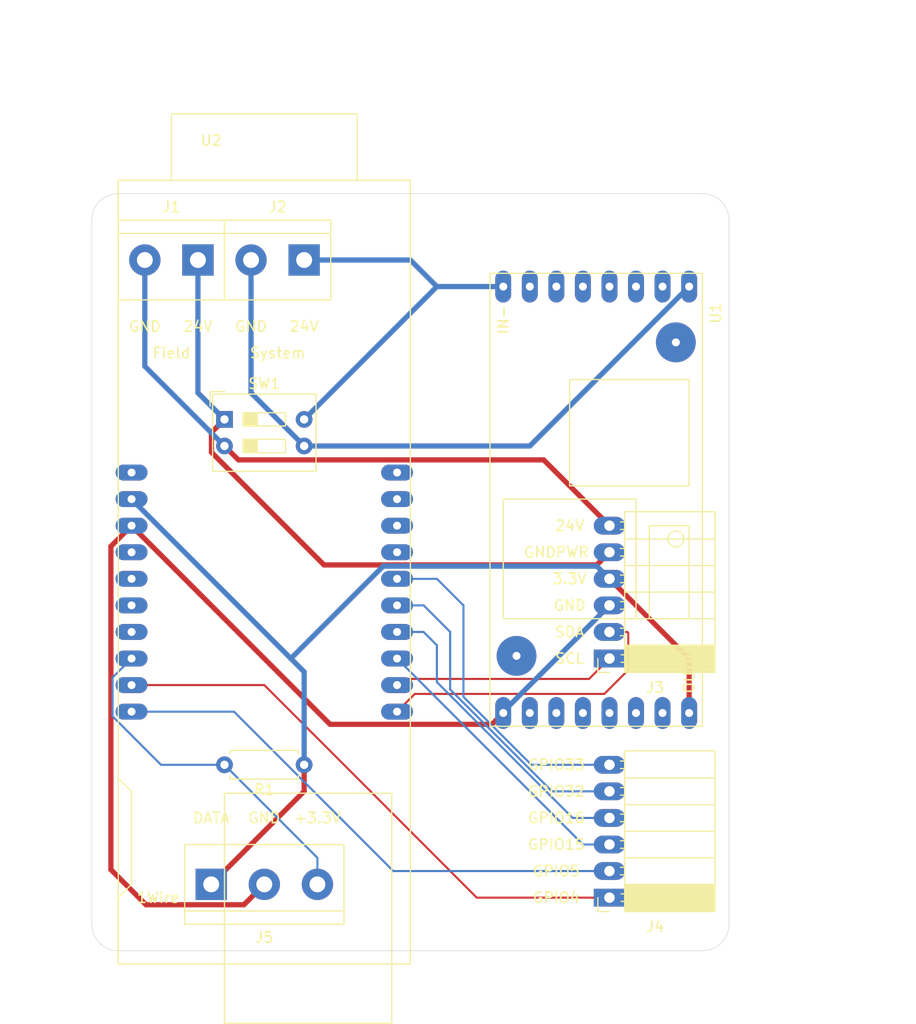
<source format=kicad_pcb>
(kicad_pcb (version 20171130) (host pcbnew 5.1.9-73d0e3b20d~88~ubuntu20.04.1)

  (general
    (thickness 1.6)
    (drawings 37)
    (tracks 79)
    (zones 0)
    (modules 9)
    (nets 25)
  )

  (page A4)
  (layers
    (0 F.Cu signal)
    (31 B.Cu signal)
    (32 B.Adhes user)
    (33 F.Adhes user)
    (34 B.Paste user)
    (35 F.Paste user)
    (36 B.SilkS user)
    (37 F.SilkS user)
    (38 B.Mask user)
    (39 F.Mask user)
    (40 Dwgs.User user)
    (41 Cmts.User user)
    (42 Eco1.User user)
    (43 Eco2.User user)
    (44 Edge.Cuts user)
    (45 Margin user)
    (46 B.CrtYd user)
    (47 F.CrtYd user)
    (48 B.Fab user)
    (49 F.Fab user hide)
  )

  (setup
    (last_trace_width 0.2)
    (trace_clearance 0.2)
    (zone_clearance 0.508)
    (zone_45_only no)
    (trace_min 0.2)
    (via_size 0.6)
    (via_drill 0.3)
    (via_min_size 0.4)
    (via_min_drill 0.3)
    (uvia_size 0.6)
    (uvia_drill 0.3)
    (uvias_allowed no)
    (uvia_min_size 0.2)
    (uvia_min_drill 0.1)
    (edge_width 0.05)
    (segment_width 0.2)
    (pcb_text_width 0.3)
    (pcb_text_size 1.5 1.5)
    (mod_edge_width 0.12)
    (mod_text_size 1 1)
    (mod_text_width 0.15)
    (pad_size 3 1.7)
    (pad_drill 1)
    (pad_to_mask_clearance 0)
    (aux_axis_origin 60.96 134.62)
    (visible_elements FFFFFF7F)
    (pcbplotparams
      (layerselection 0x010f0_ffffffff)
      (usegerberextensions false)
      (usegerberattributes false)
      (usegerberadvancedattributes false)
      (creategerberjobfile false)
      (excludeedgelayer true)
      (linewidth 0.100000)
      (plotframeref false)
      (viasonmask false)
      (mode 1)
      (useauxorigin true)
      (hpglpennumber 1)
      (hpglpenspeed 20)
      (hpglpendiameter 15.000000)
      (psnegative false)
      (psa4output false)
      (plotreference true)
      (plotvalue true)
      (plotinvisibletext false)
      (padsonsilk false)
      (subtractmaskfromsilk false)
      (outputformat 1)
      (mirror false)
      (drillshape 0)
      (scaleselection 1)
      (outputdirectory "gerber/"))
  )

  (net 0 "")
  (net 1 +24V)
  (net 2 GNDPWR)
  (net 3 +3V3)
  (net 4 GND)
  (net 5 SCL)
  (net 6 SDA)
  (net 7 GPIO33)
  (net 8 GPIO32)
  (net 9 GPIO16)
  (net 10 GPIO15)
  (net 11 GPIO5)
  (net 12 GPIO4)
  (net 13 "Net-(J2-Pad2)")
  (net 14 "Net-(J2-Pad1)")
  (net 15 1WIRE)
  (net 16 "Net-(U2-Pad20)")
  (net 17 "Net-(U2-Pad19)")
  (net 18 "Net-(U2-Pad18)")
  (net 19 "Net-(U2-Pad17)")
  (net 20 "Net-(U2-Pad7)")
  (net 21 "Net-(U2-Pad6)")
  (net 22 "Net-(U2-Pad5)")
  (net 23 "Net-(U2-Pad4)")
  (net 24 "Net-(U2-Pad1)")

  (net_class Default "This is the default net class."
    (clearance 0.2)
    (trace_width 0.2)
    (via_dia 0.6)
    (via_drill 0.3)
    (uvia_dia 0.6)
    (uvia_drill 0.3)
    (add_net 1WIRE)
    (add_net GPIO15)
    (add_net GPIO16)
    (add_net GPIO32)
    (add_net GPIO33)
    (add_net GPIO4)
    (add_net GPIO5)
    (add_net "Net-(U2-Pad1)")
    (add_net "Net-(U2-Pad17)")
    (add_net "Net-(U2-Pad18)")
    (add_net "Net-(U2-Pad19)")
    (add_net "Net-(U2-Pad20)")
    (add_net "Net-(U2-Pad4)")
    (add_net "Net-(U2-Pad5)")
    (add_net "Net-(U2-Pad6)")
    (add_net "Net-(U2-Pad7)")
    (add_net SCL)
    (add_net SDA)
  )

  (net_class Power ""
    (clearance 0.2)
    (trace_width 0.5)
    (via_dia 0.6)
    (via_drill 0.3)
    (uvia_dia 0.6)
    (uvia_drill 0.3)
    (add_net +24V)
    (add_net +3V3)
    (add_net GND)
    (add_net GNDPWR)
    (add_net "Net-(J2-Pad1)")
    (add_net "Net-(J2-Pad2)")
  )

  (module olimex:ESP32-POE (layer F.Cu) (tedit 600DDABC) (tstamp 600E44F4)
    (at 80.01 90.17)
    (path /600E4347)
    (fp_text reference U2 (at -5.08 -40.64) (layer F.SilkS)
      (effects (font (size 1 1) (thickness 0.15)))
    )
    (fp_text value ESP32-POE (at 6.35 40.64) (layer F.Fab)
      (effects (font (size 1 1) (thickness 0.15)))
    )
    (fp_line (start -13.97 -36.83) (end 13.97 -36.83) (layer F.SilkS) (width 0.12))
    (fp_line (start 13.97 -36.83) (end 13.97 38.1) (layer F.SilkS) (width 0.12))
    (fp_line (start 13.97 38.1) (end -13.97 38.1) (layer F.SilkS) (width 0.12))
    (fp_line (start -13.97 38.1) (end -13.97 -36.83) (layer F.SilkS) (width 0.12))
    (fp_line (start -8.89 -36.83) (end -8.89 -43.18) (layer F.SilkS) (width 0.12))
    (fp_line (start -8.89 -43.18) (end 8.89 -43.18) (layer F.SilkS) (width 0.12))
    (fp_line (start 8.89 -43.18) (end 8.89 -36.83) (layer F.SilkS) (width 0.12))
    (fp_line (start -3.81 43.76674) (end 12.192 43.76674) (layer F.SilkS) (width 0.12))
    (fp_line (start 12.192 43.76674) (end 12.192 21.7678) (layer F.SilkS) (width 0.12))
    (fp_line (start -3.81 43.76674) (end -3.81 21.7678) (layer F.SilkS) (width 0.12))
    (fp_line (start -3.81 21.7678) (end 12.192 21.7678) (layer F.SilkS) (width 0.12))
    (fp_line (start -12.7 30.48) (end -13.97 31.75) (layer F.SilkS) (width 0.12))
    (fp_line (start -12.7 30.48) (end -12.7 21.59) (layer F.SilkS) (width 0.12))
    (fp_line (start -12.7 21.59) (end -13.97 20.32) (layer F.SilkS) (width 0.12))
    (pad 20 thru_hole oval (at 12.7 -8.89) (size 3.048 1.524) (drill 0.762) (layers *.Cu *.Mask)
      (net 16 "Net-(U2-Pad20)"))
    (pad 19 thru_hole oval (at 12.7 -6.35) (size 3.048 1.524) (drill 0.762) (layers *.Cu *.Mask)
      (net 17 "Net-(U2-Pad19)"))
    (pad 18 thru_hole oval (at 12.7 -3.81) (size 3.048 1.524) (drill 0.762) (layers *.Cu *.Mask)
      (net 18 "Net-(U2-Pad18)"))
    (pad 17 thru_hole oval (at 12.7 -1.27) (size 3.048 1.524) (drill 0.762) (layers *.Cu *.Mask)
      (net 19 "Net-(U2-Pad17)"))
    (pad 16 thru_hole oval (at 12.7 1.27) (size 3.048 1.524) (drill 0.762) (layers *.Cu *.Mask)
      (net 7 GPIO33))
    (pad 15 thru_hole oval (at 12.7 3.81) (size 3.048 1.524) (drill 0.762) (layers *.Cu *.Mask)
      (net 8 GPIO32))
    (pad 14 thru_hole oval (at 12.7 6.35) (size 3.048 1.524) (drill 0.762) (layers *.Cu *.Mask)
      (net 9 GPIO16))
    (pad 13 thru_hole oval (at 12.7 8.89) (size 3.048 1.524) (drill 0.762) (layers *.Cu *.Mask)
      (net 10 GPIO15))
    (pad 12 thru_hole oval (at 12.7 11.43) (size 3.048 1.524) (drill 0.762) (layers *.Cu *.Mask)
      (net 5 SCL))
    (pad 11 thru_hole oval (at 12.7 13.97) (size 3.048 1.524) (drill 0.762) (layers *.Cu *.Mask)
      (net 6 SDA))
    (pad 10 thru_hole oval (at -12.7 13.97) (size 3.048 1.524) (drill 0.762) (layers *.Cu *.Mask)
      (net 11 GPIO5))
    (pad 9 thru_hole oval (at -12.7 11.43) (size 3.048 1.524) (drill 0.762) (layers *.Cu *.Mask)
      (net 12 GPIO4))
    (pad 8 thru_hole oval (at -12.7 8.89) (size 3.048 1.524) (drill 0.762) (layers *.Cu *.Mask)
      (net 15 1WIRE))
    (pad 7 thru_hole oval (at -12.7 6.35) (size 3.048 1.524) (drill 0.762) (layers *.Cu *.Mask)
      (net 20 "Net-(U2-Pad7)"))
    (pad 6 thru_hole oval (at -12.7 3.81) (size 3.048 1.524) (drill 0.762) (layers *.Cu *.Mask)
      (net 21 "Net-(U2-Pad6)"))
    (pad 5 thru_hole oval (at -12.7 1.27) (size 3.048 1.524) (drill 0.762) (layers *.Cu *.Mask)
      (net 22 "Net-(U2-Pad5)"))
    (pad 4 thru_hole oval (at -12.7 -1.27) (size 3.048 1.524) (drill 0.762) (layers *.Cu *.Mask)
      (net 23 "Net-(U2-Pad4)"))
    (pad 3 thru_hole oval (at -12.7 -3.81) (size 3.048 1.524) (drill 0.762) (layers *.Cu *.Mask)
      (net 4 GND))
    (pad 2 thru_hole oval (at -12.7 -6.35) (size 3.048 1.524) (drill 0.762) (layers *.Cu *.Mask)
      (net 3 +3V3))
    (pad 1 thru_hole oval (at -12.7 -8.89) (size 3.048 1.524) (drill 0.762) (layers *.Cu *.Mask)
      (net 24 "Net-(U2-Pad1)"))
    (model ${KISYS3DMOD}/Connector_PinSocket_2.54mm.3dshapes/PinSocket_1x10_P2.54mm_Vertical.step
      (offset (xyz 12.7 8.890000000000001 0))
      (scale (xyz 1 1 1))
      (rotate (xyz 0 0 0))
    )
    (model ${KISYS3DMOD}/Connector_PinSocket_2.54mm.3dshapes/PinSocket_1x10_P2.54mm_Vertical.step
      (offset (xyz -12.7 8.890000000000001 0))
      (scale (xyz 1 1 1))
      (rotate (xyz 0 0 0))
    )
  )

  (module boards:LM2596-Board (layer F.Cu) (tedit 600DD900) (tstamp 600E2722)
    (at 111.76 83.82 270)
    (path /5EFB2E28)
    (fp_text reference U1 (at -17.78 -11.43 90) (layer F.SilkS)
      (effects (font (size 1 1) (thickness 0.15)))
    )
    (fp_text value LM2596-Board (at 15.24 11.43 90) (layer F.Fab)
      (effects (font (size 1 1) (thickness 0.15)))
    )
    (fp_circle (center 3.81 -7.62) (end 4.572 -7.62) (layer F.SilkS) (width 0.12))
    (fp_line (start -11.43 2.54) (end -11.43 -8.89) (layer F.SilkS) (width 0.12))
    (fp_line (start -1.27 2.54) (end -11.43 2.54) (layer F.SilkS) (width 0.12))
    (fp_line (start -1.27 -8.89) (end -1.27 2.54) (layer F.SilkS) (width 0.12))
    (fp_line (start -11.43 -8.89) (end -1.27 -8.89) (layer F.SilkS) (width 0.12))
    (fp_line (start 11.43 -5.08) (end 11.43 -8.89) (layer F.SilkS) (width 0.12))
    (fp_line (start 2.54 -5.08) (end 11.43 -5.08) (layer F.SilkS) (width 0.12))
    (fp_line (start 2.54 -8.89) (end 2.54 -5.08) (layer F.SilkS) (width 0.12))
    (fp_line (start 11.43 -8.89) (end 2.54 -8.89) (layer F.SilkS) (width 0.12))
    (fp_line (start 11.43 -3.81) (end 11.43 8.89) (layer F.SilkS) (width 0.12))
    (fp_line (start 0 -3.81) (end 11.43 -3.81) (layer F.SilkS) (width 0.12))
    (fp_line (start 0 8.89) (end 0 -3.81) (layer F.SilkS) (width 0.12))
    (fp_line (start 11.43 8.89) (end 0 8.89) (layer F.SilkS) (width 0.12))
    (fp_line (start -21.59 -10.16) (end 21.717 -10.16) (layer F.SilkS) (width 0.12))
    (fp_line (start 21.717 -10.16) (end 21.717 10.16) (layer F.SilkS) (width 0.12))
    (fp_line (start 21.717 10.16) (end -21.59 10.16) (layer F.SilkS) (width 0.12))
    (fp_line (start -21.59 10.16) (end -21.59 -10.16) (layer F.SilkS) (width 0.12))
    (fp_text user OUT+ (at 16.51 -8.89 90) (layer F.SilkS)
      (effects (font (size 1 1) (thickness 0.15)))
    )
    (fp_text user IN- (at -17.145 8.89 90) (layer F.SilkS)
      (effects (font (size 1 1) (thickness 0.15)))
    )
    (pad "" np_thru_hole circle (at 14.986 7.62 270) (size 3.81 3.81) (drill 0.762) (layers *.Cu *.Mask))
    (pad "" np_thru_hole circle (at -14.986 -7.62 270) (size 3.81 3.81) (drill 0.762) (layers *.Cu *.Mask))
    (pad "" thru_hole oval (at 20.447 6.35 270) (size 3.048 1.524) (drill 0.762) (layers *.Cu *.Mask))
    (pad "" thru_hole oval (at 20.447 3.81 270) (size 3.048 1.524) (drill 0.762) (layers *.Cu *.Mask))
    (pad "" thru_hole oval (at 20.447 1.27 270) (size 3.048 1.524) (drill 0.762) (layers *.Cu *.Mask))
    (pad "" thru_hole oval (at 20.447 -1.27 270) (size 3.048 1.524) (drill 0.762) (layers *.Cu *.Mask))
    (pad "" thru_hole oval (at 20.447 -3.81 270) (size 3.048 1.524) (drill 0.762) (layers *.Cu *.Mask))
    (pad "" thru_hole oval (at 20.447 -6.35 270) (size 3.048 1.524) (drill 0.762) (layers *.Cu *.Mask))
    (pad "" thru_hole oval (at -20.32 6.35 270) (size 3.048 1.524) (drill 0.762) (layers *.Cu *.Mask))
    (pad "" thru_hole oval (at -20.32 3.81 270) (size 3.048 1.524) (drill 0.762) (layers *.Cu *.Mask))
    (pad "" thru_hole oval (at -20.32 1.27 270) (size 3.048 1.524) (drill 0.762) (layers *.Cu *.Mask))
    (pad "" thru_hole oval (at -20.32 -1.27 270) (size 3.048 1.524) (drill 0.762) (layers *.Cu *.Mask))
    (pad "" thru_hole oval (at -20.32 -3.81 270) (size 3.048 1.524) (drill 0.762) (layers *.Cu *.Mask))
    (pad "" thru_hole oval (at -20.32 -6.35 270) (size 3.048 1.524) (drill 0.762) (layers *.Cu *.Mask))
    (pad 4 thru_hole oval (at 20.447 -8.89 270) (size 3.048 1.524) (drill 0.762) (layers *.Cu *.Mask)
      (net 3 +3V3))
    (pad 3 thru_hole oval (at 20.447 8.89 270) (size 3.048 1.524) (drill 0.762) (layers *.Cu *.Mask)
      (net 4 GND))
    (pad 2 thru_hole oval (at -20.32 8.89 270) (size 3.048 1.524) (drill 0.762) (layers *.Cu *.Mask)
      (net 14 "Net-(J2-Pad1)"))
    (pad 1 thru_hole oval (at -20.32 -8.89 270) (size 3.048 1.524) (drill 0.762) (layers *.Cu *.Mask)
      (net 13 "Net-(J2-Pad2)"))
    (model ${KISYS3DMOD}/Connector_PinSocket_2.54mm.3dshapes/PinSocket_1x08_P2.54mm_Vertical.step
      (offset (xyz 20.447 8.890000000000001 0))
      (scale (xyz 1 1 1))
      (rotate (xyz 0 0 0))
    )
    (model ${KISYS3DMOD}/Connector_PinSocket_2.54mm.3dshapes/PinSocket_1x08_P2.54mm_Vertical.step
      (offset (xyz -20.447 8.890000000000001 0))
      (scale (xyz 1 1 1))
      (rotate (xyz 0 0 0))
    )
    (model ${KISYS3DMOD}/Connector_PinHeader_2.54mm.3dshapes/PinHeader_1x01_P2.54mm_Vertical.step
      (offset (xyz 20.447 8.890000000000001 9.779))
      (scale (xyz 1 1 1))
      (rotate (xyz 180 0 0))
    )
    (model ${KISYS3DMOD}/Connector_PinHeader_2.54mm.3dshapes/PinHeader_1x01_P2.54mm_Vertical.step
      (offset (xyz -20.447 8.890000000000001 9.779))
      (scale (xyz 1 1 1))
      (rotate (xyz 180 0 0))
    )
    (model ${KISYS3DMOD}/Connector_PinHeader_2.54mm.3dshapes/PinHeader_1x01_P2.54mm_Vertical.step
      (offset (xyz -20.447 -8.890000000000001 9.779))
      (scale (xyz 1 1 1))
      (rotate (xyz 180 0 0))
    )
    (model ${KISYS3DMOD}/Connector_PinHeader_2.54mm.3dshapes/PinHeader_1x01_P2.54mm_Vertical.step
      (offset (xyz 20.447 -8.890000000000001 9.779))
      (scale (xyz 1 1 1))
      (rotate (xyz 180 0 0))
    )
    (model :custom:boards.pretty/LM2596-Board.step
      (offset (xyz -20.32 8.890000000000001 9.906000000000001))
      (scale (xyz 1 1 1))
      (rotate (xyz 0 0 0))
    )
  )

  (module Button_Switch_THT:SW_DIP_SPSTx02_Slide_9.78x7.26mm_W7.62mm_P2.54mm (layer F.Cu) (tedit 5A4E1404) (tstamp 600E26F9)
    (at 76.2 76.2)
    (descr "2x-dip-switch SPST , Slide, row spacing 7.62 mm (300 mils), body size 9.78x7.26mm (see e.g. https://www.ctscorp.com/wp-content/uploads/206-208.pdf)")
    (tags "DIP Switch SPST Slide 7.62mm 300mil")
    (path /5F04EE4D)
    (fp_text reference SW1 (at 3.81 -3.42) (layer F.SilkS)
      (effects (font (size 1 1) (thickness 0.15)))
    )
    (fp_text value SW_DIP_x02 (at 3.81 5.96) (layer F.Fab)
      (effects (font (size 1 1) (thickness 0.15)))
    )
    (fp_line (start 8.95 -2.7) (end -1.35 -2.7) (layer F.CrtYd) (width 0.05))
    (fp_line (start 8.95 5.25) (end 8.95 -2.7) (layer F.CrtYd) (width 0.05))
    (fp_line (start -1.35 5.25) (end 8.95 5.25) (layer F.CrtYd) (width 0.05))
    (fp_line (start -1.35 -2.7) (end -1.35 5.25) (layer F.CrtYd) (width 0.05))
    (fp_line (start 3.133333 1.905) (end 3.133333 3.175) (layer F.SilkS) (width 0.12))
    (fp_line (start 1.78 3.105) (end 3.133333 3.105) (layer F.SilkS) (width 0.12))
    (fp_line (start 1.78 2.985) (end 3.133333 2.985) (layer F.SilkS) (width 0.12))
    (fp_line (start 1.78 2.865) (end 3.133333 2.865) (layer F.SilkS) (width 0.12))
    (fp_line (start 1.78 2.745) (end 3.133333 2.745) (layer F.SilkS) (width 0.12))
    (fp_line (start 1.78 2.625) (end 3.133333 2.625) (layer F.SilkS) (width 0.12))
    (fp_line (start 1.78 2.505) (end 3.133333 2.505) (layer F.SilkS) (width 0.12))
    (fp_line (start 1.78 2.385) (end 3.133333 2.385) (layer F.SilkS) (width 0.12))
    (fp_line (start 1.78 2.265) (end 3.133333 2.265) (layer F.SilkS) (width 0.12))
    (fp_line (start 1.78 2.145) (end 3.133333 2.145) (layer F.SilkS) (width 0.12))
    (fp_line (start 1.78 2.025) (end 3.133333 2.025) (layer F.SilkS) (width 0.12))
    (fp_line (start 5.84 1.905) (end 1.78 1.905) (layer F.SilkS) (width 0.12))
    (fp_line (start 5.84 3.175) (end 5.84 1.905) (layer F.SilkS) (width 0.12))
    (fp_line (start 1.78 3.175) (end 5.84 3.175) (layer F.SilkS) (width 0.12))
    (fp_line (start 1.78 1.905) (end 1.78 3.175) (layer F.SilkS) (width 0.12))
    (fp_line (start 3.133333 -0.635) (end 3.133333 0.635) (layer F.SilkS) (width 0.12))
    (fp_line (start 1.78 0.565) (end 3.133333 0.565) (layer F.SilkS) (width 0.12))
    (fp_line (start 1.78 0.445) (end 3.133333 0.445) (layer F.SilkS) (width 0.12))
    (fp_line (start 1.78 0.325) (end 3.133333 0.325) (layer F.SilkS) (width 0.12))
    (fp_line (start 1.78 0.205) (end 3.133333 0.205) (layer F.SilkS) (width 0.12))
    (fp_line (start 1.78 0.085) (end 3.133333 0.085) (layer F.SilkS) (width 0.12))
    (fp_line (start 1.78 -0.035) (end 3.133333 -0.035) (layer F.SilkS) (width 0.12))
    (fp_line (start 1.78 -0.155) (end 3.133333 -0.155) (layer F.SilkS) (width 0.12))
    (fp_line (start 1.78 -0.275) (end 3.133333 -0.275) (layer F.SilkS) (width 0.12))
    (fp_line (start 1.78 -0.395) (end 3.133333 -0.395) (layer F.SilkS) (width 0.12))
    (fp_line (start 1.78 -0.515) (end 3.133333 -0.515) (layer F.SilkS) (width 0.12))
    (fp_line (start 5.84 -0.635) (end 1.78 -0.635) (layer F.SilkS) (width 0.12))
    (fp_line (start 5.84 0.635) (end 5.84 -0.635) (layer F.SilkS) (width 0.12))
    (fp_line (start 1.78 0.635) (end 5.84 0.635) (layer F.SilkS) (width 0.12))
    (fp_line (start 1.78 -0.635) (end 1.78 0.635) (layer F.SilkS) (width 0.12))
    (fp_line (start -1.38 -2.66) (end -1.38 -1.277) (layer F.SilkS) (width 0.12))
    (fp_line (start -1.38 -2.66) (end 0.004 -2.66) (layer F.SilkS) (width 0.12))
    (fp_line (start 8.76 -2.42) (end 8.76 4.96) (layer F.SilkS) (width 0.12))
    (fp_line (start -1.14 -2.42) (end -1.14 4.96) (layer F.SilkS) (width 0.12))
    (fp_line (start -1.14 4.96) (end 8.76 4.96) (layer F.SilkS) (width 0.12))
    (fp_line (start -1.14 -2.42) (end 8.76 -2.42) (layer F.SilkS) (width 0.12))
    (fp_line (start 3.133333 1.905) (end 3.133333 3.175) (layer F.Fab) (width 0.1))
    (fp_line (start 1.78 3.105) (end 3.133333 3.105) (layer F.Fab) (width 0.1))
    (fp_line (start 1.78 3.005) (end 3.133333 3.005) (layer F.Fab) (width 0.1))
    (fp_line (start 1.78 2.905) (end 3.133333 2.905) (layer F.Fab) (width 0.1))
    (fp_line (start 1.78 2.805) (end 3.133333 2.805) (layer F.Fab) (width 0.1))
    (fp_line (start 1.78 2.705) (end 3.133333 2.705) (layer F.Fab) (width 0.1))
    (fp_line (start 1.78 2.605) (end 3.133333 2.605) (layer F.Fab) (width 0.1))
    (fp_line (start 1.78 2.505) (end 3.133333 2.505) (layer F.Fab) (width 0.1))
    (fp_line (start 1.78 2.405) (end 3.133333 2.405) (layer F.Fab) (width 0.1))
    (fp_line (start 1.78 2.305) (end 3.133333 2.305) (layer F.Fab) (width 0.1))
    (fp_line (start 1.78 2.205) (end 3.133333 2.205) (layer F.Fab) (width 0.1))
    (fp_line (start 1.78 2.105) (end 3.133333 2.105) (layer F.Fab) (width 0.1))
    (fp_line (start 1.78 2.005) (end 3.133333 2.005) (layer F.Fab) (width 0.1))
    (fp_line (start 5.84 1.905) (end 1.78 1.905) (layer F.Fab) (width 0.1))
    (fp_line (start 5.84 3.175) (end 5.84 1.905) (layer F.Fab) (width 0.1))
    (fp_line (start 1.78 3.175) (end 5.84 3.175) (layer F.Fab) (width 0.1))
    (fp_line (start 1.78 1.905) (end 1.78 3.175) (layer F.Fab) (width 0.1))
    (fp_line (start 3.133333 -0.635) (end 3.133333 0.635) (layer F.Fab) (width 0.1))
    (fp_line (start 1.78 0.565) (end 3.133333 0.565) (layer F.Fab) (width 0.1))
    (fp_line (start 1.78 0.465) (end 3.133333 0.465) (layer F.Fab) (width 0.1))
    (fp_line (start 1.78 0.365) (end 3.133333 0.365) (layer F.Fab) (width 0.1))
    (fp_line (start 1.78 0.265) (end 3.133333 0.265) (layer F.Fab) (width 0.1))
    (fp_line (start 1.78 0.165) (end 3.133333 0.165) (layer F.Fab) (width 0.1))
    (fp_line (start 1.78 0.065) (end 3.133333 0.065) (layer F.Fab) (width 0.1))
    (fp_line (start 1.78 -0.035) (end 3.133333 -0.035) (layer F.Fab) (width 0.1))
    (fp_line (start 1.78 -0.135) (end 3.133333 -0.135) (layer F.Fab) (width 0.1))
    (fp_line (start 1.78 -0.235) (end 3.133333 -0.235) (layer F.Fab) (width 0.1))
    (fp_line (start 1.78 -0.335) (end 3.133333 -0.335) (layer F.Fab) (width 0.1))
    (fp_line (start 1.78 -0.435) (end 3.133333 -0.435) (layer F.Fab) (width 0.1))
    (fp_line (start 1.78 -0.535) (end 3.133333 -0.535) (layer F.Fab) (width 0.1))
    (fp_line (start 5.84 -0.635) (end 1.78 -0.635) (layer F.Fab) (width 0.1))
    (fp_line (start 5.84 0.635) (end 5.84 -0.635) (layer F.Fab) (width 0.1))
    (fp_line (start 1.78 0.635) (end 5.84 0.635) (layer F.Fab) (width 0.1))
    (fp_line (start 1.78 -0.635) (end 1.78 0.635) (layer F.Fab) (width 0.1))
    (fp_line (start -1.08 -1.36) (end -0.08 -2.36) (layer F.Fab) (width 0.1))
    (fp_line (start -1.08 4.9) (end -1.08 -1.36) (layer F.Fab) (width 0.1))
    (fp_line (start 8.7 4.9) (end -1.08 4.9) (layer F.Fab) (width 0.1))
    (fp_line (start 8.7 -2.36) (end 8.7 4.9) (layer F.Fab) (width 0.1))
    (fp_line (start -0.08 -2.36) (end 8.7 -2.36) (layer F.Fab) (width 0.1))
    (fp_text user on (at 5.365 -1.4975) (layer F.Fab)
      (effects (font (size 0.8 0.8) (thickness 0.12)))
    )
    (fp_text user %R (at 7.27 1.27 90) (layer F.Fab)
      (effects (font (size 0.8 0.8) (thickness 0.12)))
    )
    (pad 4 thru_hole oval (at 7.62 0) (size 1.6 1.6) (drill 0.8) (layers *.Cu *.Mask)
      (net 14 "Net-(J2-Pad1)"))
    (pad 2 thru_hole oval (at 0 2.54) (size 1.6 1.6) (drill 0.8) (layers *.Cu *.Mask)
      (net 1 +24V))
    (pad 3 thru_hole oval (at 7.62 2.54) (size 1.6 1.6) (drill 0.8) (layers *.Cu *.Mask)
      (net 13 "Net-(J2-Pad2)"))
    (pad 1 thru_hole rect (at 0 0) (size 1.6 1.6) (drill 0.8) (layers *.Cu *.Mask)
      (net 2 GNDPWR))
    (model ${KISYS3DMOD}/Button_Switch_THT.3dshapes/SW_DIP_SPSTx02_Slide_9.78x7.26mm_W7.62mm_P2.54mm.wrl
      (at (xyz 0 0 0))
      (scale (xyz 1 1 1))
      (rotate (xyz 0 0 90))
    )
  )

  (module Resistor_THT:R_Axial_DIN0207_L6.3mm_D2.5mm_P7.62mm_Horizontal (layer F.Cu) (tedit 5AE5139B) (tstamp 600E2DFC)
    (at 83.82 109.22 180)
    (descr "Resistor, Axial_DIN0207 series, Axial, Horizontal, pin pitch=7.62mm, 0.25W = 1/4W, length*diameter=6.3*2.5mm^2, http://cdn-reichelt.de/documents/datenblatt/B400/1_4W%23YAG.pdf")
    (tags "Resistor Axial_DIN0207 series Axial Horizontal pin pitch 7.62mm 0.25W = 1/4W length 6.3mm diameter 2.5mm")
    (path /5FA70C52)
    (fp_text reference R1 (at 3.81 -2.37) (layer F.SilkS)
      (effects (font (size 1 1) (thickness 0.15)))
    )
    (fp_text value 4k7 (at 3.81 2.37) (layer F.Fab)
      (effects (font (size 1 1) (thickness 0.15)))
    )
    (fp_line (start 8.67 -1.5) (end -1.05 -1.5) (layer F.CrtYd) (width 0.05))
    (fp_line (start 8.67 1.5) (end 8.67 -1.5) (layer F.CrtYd) (width 0.05))
    (fp_line (start -1.05 1.5) (end 8.67 1.5) (layer F.CrtYd) (width 0.05))
    (fp_line (start -1.05 -1.5) (end -1.05 1.5) (layer F.CrtYd) (width 0.05))
    (fp_line (start 7.08 1.37) (end 7.08 1.04) (layer F.SilkS) (width 0.12))
    (fp_line (start 0.54 1.37) (end 7.08 1.37) (layer F.SilkS) (width 0.12))
    (fp_line (start 0.54 1.04) (end 0.54 1.37) (layer F.SilkS) (width 0.12))
    (fp_line (start 7.08 -1.37) (end 7.08 -1.04) (layer F.SilkS) (width 0.12))
    (fp_line (start 0.54 -1.37) (end 7.08 -1.37) (layer F.SilkS) (width 0.12))
    (fp_line (start 0.54 -1.04) (end 0.54 -1.37) (layer F.SilkS) (width 0.12))
    (fp_line (start 7.62 0) (end 6.96 0) (layer F.Fab) (width 0.1))
    (fp_line (start 0 0) (end 0.66 0) (layer F.Fab) (width 0.1))
    (fp_line (start 6.96 -1.25) (end 0.66 -1.25) (layer F.Fab) (width 0.1))
    (fp_line (start 6.96 1.25) (end 6.96 -1.25) (layer F.Fab) (width 0.1))
    (fp_line (start 0.66 1.25) (end 6.96 1.25) (layer F.Fab) (width 0.1))
    (fp_line (start 0.66 -1.25) (end 0.66 1.25) (layer F.Fab) (width 0.1))
    (fp_text user %R (at 3.81 0) (layer F.Fab)
      (effects (font (size 1 1) (thickness 0.15)))
    )
    (pad 2 thru_hole oval (at 7.62 0 180) (size 1.6 1.6) (drill 0.8) (layers *.Cu *.Mask)
      (net 15 1WIRE))
    (pad 1 thru_hole circle (at 0 0 180) (size 1.6 1.6) (drill 0.8) (layers *.Cu *.Mask)
      (net 3 +3V3))
    (model ${KISYS3DMOD}/Resistor_THT.3dshapes/R_Axial_DIN0207_L6.3mm_D2.5mm_P7.62mm_Horizontal.wrl
      (at (xyz 0 0 0))
      (scale (xyz 1 1 1))
      (rotate (xyz 0 0 0))
    )
  )

  (module TerminalBlock:TerminalBlock_bornier-3_P5.08mm (layer F.Cu) (tedit 59FF03B9) (tstamp 600E2689)
    (at 74.93 120.65)
    (descr "simple 3-pin terminal block, pitch 5.08mm, revamped version of bornier3")
    (tags "terminal block bornier3")
    (path /5FA9909B)
    (fp_text reference J5 (at 5.08 5.08) (layer F.SilkS)
      (effects (font (size 1 1) (thickness 0.15)))
    )
    (fp_text value Screw_Terminal_01x03 (at 5.08 5.08) (layer F.Fab)
      (effects (font (size 1 1) (thickness 0.15)))
    )
    (fp_line (start 12.88 4) (end -2.72 4) (layer F.CrtYd) (width 0.05))
    (fp_line (start 12.88 4) (end 12.88 -4) (layer F.CrtYd) (width 0.05))
    (fp_line (start -2.72 -4) (end -2.72 4) (layer F.CrtYd) (width 0.05))
    (fp_line (start -2.72 -4) (end 12.88 -4) (layer F.CrtYd) (width 0.05))
    (fp_line (start -2.54 3.81) (end 12.7 3.81) (layer F.SilkS) (width 0.12))
    (fp_line (start -2.54 -3.81) (end 12.7 -3.81) (layer F.SilkS) (width 0.12))
    (fp_line (start -2.54 2.54) (end 12.7 2.54) (layer F.SilkS) (width 0.12))
    (fp_line (start 12.7 3.81) (end 12.7 -3.81) (layer F.SilkS) (width 0.12))
    (fp_line (start -2.54 3.81) (end -2.54 -3.81) (layer F.SilkS) (width 0.12))
    (fp_line (start -2.47 3.75) (end -2.47 -3.75) (layer F.Fab) (width 0.1))
    (fp_line (start 12.63 3.75) (end -2.47 3.75) (layer F.Fab) (width 0.1))
    (fp_line (start 12.63 -3.75) (end 12.63 3.75) (layer F.Fab) (width 0.1))
    (fp_line (start -2.47 -3.75) (end 12.63 -3.75) (layer F.Fab) (width 0.1))
    (fp_line (start -2.47 2.55) (end 12.63 2.55) (layer F.Fab) (width 0.1))
    (fp_text user %R (at 5.08 0) (layer F.Fab)
      (effects (font (size 1 1) (thickness 0.15)))
    )
    (pad 3 thru_hole circle (at 10.16 0) (size 3 3) (drill 1.52) (layers *.Cu *.Mask)
      (net 15 1WIRE))
    (pad 2 thru_hole circle (at 5.08 0) (size 3 3) (drill 1.52) (layers *.Cu *.Mask)
      (net 4 GND))
    (pad 1 thru_hole rect (at 0 0) (size 3 3) (drill 1.52) (layers *.Cu *.Mask)
      (net 3 +3V3))
    (model ${KISYS3DMOD}/TerminalBlock.3dshapes/TerminalBlock_bornier-3_P5.08mm.wrl
      (offset (xyz 5.079999923706055 0 0))
      (scale (xyz 1 1 1))
      (rotate (xyz 0 0 0))
    )
    (model ${KISYS3DMOD}/TerminalBlock_Phoenix.3dshapes/TerminalBlock_Phoenix_MKDS-1,5-3-5.08_1x03_P5.08mm_Horizontal.step
      (at (xyz 0 0 0))
      (scale (xyz 1 1 1))
      (rotate (xyz 0 0 0))
    )
  )

  (module TerminalBlock:TerminalBlock_bornier-2_P5.08mm (layer F.Cu) (tedit 59FF03AB) (tstamp 600E252F)
    (at 83.82 60.96 180)
    (descr "simple 2-pin terminal block, pitch 5.08mm, revamped version of bornier2")
    (tags "terminal block bornier2")
    (path /5EFB7288)
    (fp_text reference J2 (at 2.54 5.08) (layer F.SilkS)
      (effects (font (size 1 1) (thickness 0.15)))
    )
    (fp_text value "24V System" (at 2.54 5.08) (layer F.Fab)
      (effects (font (size 1 1) (thickness 0.15)))
    )
    (fp_line (start 7.79 4) (end -2.71 4) (layer F.CrtYd) (width 0.05))
    (fp_line (start 7.79 4) (end 7.79 -4) (layer F.CrtYd) (width 0.05))
    (fp_line (start -2.71 -4) (end -2.71 4) (layer F.CrtYd) (width 0.05))
    (fp_line (start -2.71 -4) (end 7.79 -4) (layer F.CrtYd) (width 0.05))
    (fp_line (start -2.54 3.81) (end 7.62 3.81) (layer F.SilkS) (width 0.12))
    (fp_line (start -2.54 -3.81) (end -2.54 3.81) (layer F.SilkS) (width 0.12))
    (fp_line (start 7.62 -3.81) (end -2.54 -3.81) (layer F.SilkS) (width 0.12))
    (fp_line (start 7.62 3.81) (end 7.62 -3.81) (layer F.SilkS) (width 0.12))
    (fp_line (start 7.62 2.54) (end -2.54 2.54) (layer F.SilkS) (width 0.12))
    (fp_line (start 7.54 -3.75) (end -2.46 -3.75) (layer F.Fab) (width 0.1))
    (fp_line (start 7.54 3.75) (end 7.54 -3.75) (layer F.Fab) (width 0.1))
    (fp_line (start -2.46 3.75) (end 7.54 3.75) (layer F.Fab) (width 0.1))
    (fp_line (start -2.46 -3.75) (end -2.46 3.75) (layer F.Fab) (width 0.1))
    (fp_line (start -2.41 2.55) (end 7.49 2.55) (layer F.Fab) (width 0.1))
    (fp_text user %R (at 2.54 0) (layer F.Fab)
      (effects (font (size 1 1) (thickness 0.15)))
    )
    (pad 2 thru_hole circle (at 5.08 0 180) (size 3 3) (drill 1.52) (layers *.Cu *.Mask)
      (net 13 "Net-(J2-Pad2)"))
    (pad 1 thru_hole rect (at 0 0 180) (size 3 3) (drill 1.52) (layers *.Cu *.Mask)
      (net 14 "Net-(J2-Pad1)"))
    (model ${KISYS3DMOD}/TerminalBlock.3dshapes/TerminalBlock_bornier-2_P5.08mm.wrl
      (offset (xyz 2.539999961853027 0 0))
      (scale (xyz 1 1 1))
      (rotate (xyz 0 0 0))
    )
    (model ${KISYS3DMOD}/TerminalBlock_Phoenix.3dshapes/TerminalBlock_Phoenix_MKDS-1,5-2-5.08_1x02_P5.08mm_Horizontal.wrl
      (at (xyz 0 0 0))
      (scale (xyz 1 1 1))
      (rotate (xyz 0 0 0))
    )
  )

  (module TerminalBlock:TerminalBlock_bornier-2_P5.08mm (layer F.Cu) (tedit 59FF03AB) (tstamp 600E251A)
    (at 73.66 60.96 180)
    (descr "simple 2-pin terminal block, pitch 5.08mm, revamped version of bornier2")
    (tags "terminal block bornier2")
    (path /5F020F5D)
    (fp_text reference J1 (at 2.54 5.08) (layer F.SilkS)
      (effects (font (size 1 1) (thickness 0.15)))
    )
    (fp_text value "24V Field" (at 2.54 5.08) (layer F.Fab)
      (effects (font (size 1 1) (thickness 0.15)))
    )
    (fp_line (start 7.79 4) (end -2.71 4) (layer F.CrtYd) (width 0.05))
    (fp_line (start 7.79 4) (end 7.79 -4) (layer F.CrtYd) (width 0.05))
    (fp_line (start -2.71 -4) (end -2.71 4) (layer F.CrtYd) (width 0.05))
    (fp_line (start -2.71 -4) (end 7.79 -4) (layer F.CrtYd) (width 0.05))
    (fp_line (start -2.54 3.81) (end 7.62 3.81) (layer F.SilkS) (width 0.12))
    (fp_line (start -2.54 -3.81) (end -2.54 3.81) (layer F.SilkS) (width 0.12))
    (fp_line (start 7.62 -3.81) (end -2.54 -3.81) (layer F.SilkS) (width 0.12))
    (fp_line (start 7.62 3.81) (end 7.62 -3.81) (layer F.SilkS) (width 0.12))
    (fp_line (start 7.62 2.54) (end -2.54 2.54) (layer F.SilkS) (width 0.12))
    (fp_line (start 7.54 -3.75) (end -2.46 -3.75) (layer F.Fab) (width 0.1))
    (fp_line (start 7.54 3.75) (end 7.54 -3.75) (layer F.Fab) (width 0.1))
    (fp_line (start -2.46 3.75) (end 7.54 3.75) (layer F.Fab) (width 0.1))
    (fp_line (start -2.46 -3.75) (end -2.46 3.75) (layer F.Fab) (width 0.1))
    (fp_line (start -2.41 2.55) (end 7.49 2.55) (layer F.Fab) (width 0.1))
    (fp_text user %R (at 2.54 0) (layer F.Fab)
      (effects (font (size 1 1) (thickness 0.15)))
    )
    (pad 2 thru_hole circle (at 5.08 0 180) (size 3 3) (drill 1.52) (layers *.Cu *.Mask)
      (net 1 +24V))
    (pad 1 thru_hole rect (at 0 0 180) (size 3 3) (drill 1.52) (layers *.Cu *.Mask)
      (net 2 GNDPWR))
    (model ${KISYS3DMOD}/TerminalBlock.3dshapes/TerminalBlock_bornier-2_P5.08mm.wrl
      (offset (xyz 2.539999961853027 0 0))
      (scale (xyz 1 1 1))
      (rotate (xyz 0 0 0))
    )
    (model ${KISYS3DMOD}/TerminalBlock_Phoenix.3dshapes/TerminalBlock_Phoenix_MKDS-1,5-2-5.08_1x02_P5.08mm_Horizontal.wrl
      (at (xyz 0 0 0))
      (scale (xyz 1 1 1))
      (rotate (xyz 0 0 0))
    )
  )

  (module Connector_PinSocket_2.54mm:PinSocket_1x06_P2.54mm_Horizontal (layer F.Cu) (tedit 600CA424) (tstamp 600CFA97)
    (at 113.03 121.92 180)
    (descr "Through hole angled socket strip, 1x06, 2.54mm pitch, 8.51mm socket length, single row (from Kicad 4.0.7), script generated")
    (tags "Through hole angled socket strip THT 1x06 2.54mm single row")
    (path /6012ED6C)
    (fp_text reference J4 (at -4.38 -2.77) (layer F.SilkS)
      (effects (font (size 1 1) (thickness 0.15)))
    )
    (fp_text value Conn_01x06_Female (at -2.54 15.47) (layer F.Fab)
      (effects (font (size 1 1) (thickness 0.15)))
    )
    (fp_line (start -10.03 -1.27) (end -2.49 -1.27) (layer F.Fab) (width 0.1))
    (fp_line (start -2.49 -1.27) (end -1.52 -0.3) (layer F.Fab) (width 0.1))
    (fp_line (start -1.52 -0.3) (end -1.52 13.97) (layer F.Fab) (width 0.1))
    (fp_line (start -1.52 13.97) (end -10.03 13.97) (layer F.Fab) (width 0.1))
    (fp_line (start -10.03 13.97) (end -10.03 -1.27) (layer F.Fab) (width 0.1))
    (fp_line (start 0 -0.3) (end -1.52 -0.3) (layer F.Fab) (width 0.1))
    (fp_line (start -1.52 0.3) (end 0 0.3) (layer F.Fab) (width 0.1))
    (fp_line (start 0 0.3) (end 0 -0.3) (layer F.Fab) (width 0.1))
    (fp_line (start 0 2.24) (end -1.52 2.24) (layer F.Fab) (width 0.1))
    (fp_line (start -1.52 2.84) (end 0 2.84) (layer F.Fab) (width 0.1))
    (fp_line (start 0 2.84) (end 0 2.24) (layer F.Fab) (width 0.1))
    (fp_line (start 0 4.78) (end -1.52 4.78) (layer F.Fab) (width 0.1))
    (fp_line (start -1.52 5.38) (end 0 5.38) (layer F.Fab) (width 0.1))
    (fp_line (start 0 5.38) (end 0 4.78) (layer F.Fab) (width 0.1))
    (fp_line (start 0 7.32) (end -1.52 7.32) (layer F.Fab) (width 0.1))
    (fp_line (start -1.52 7.92) (end 0 7.92) (layer F.Fab) (width 0.1))
    (fp_line (start 0 7.92) (end 0 7.32) (layer F.Fab) (width 0.1))
    (fp_line (start 0 9.86) (end -1.52 9.86) (layer F.Fab) (width 0.1))
    (fp_line (start -1.52 10.46) (end 0 10.46) (layer F.Fab) (width 0.1))
    (fp_line (start 0 10.46) (end 0 9.86) (layer F.Fab) (width 0.1))
    (fp_line (start 0 12.4) (end -1.52 12.4) (layer F.Fab) (width 0.1))
    (fp_line (start -1.52 13) (end 0 13) (layer F.Fab) (width 0.1))
    (fp_line (start 0 13) (end 0 12.4) (layer F.Fab) (width 0.1))
    (fp_line (start -10.09 -1.21) (end -1.46 -1.21) (layer F.SilkS) (width 0.12))
    (fp_line (start -10.09 -1.091905) (end -1.46 -1.091905) (layer F.SilkS) (width 0.12))
    (fp_line (start -10.09 -0.97381) (end -1.46 -0.97381) (layer F.SilkS) (width 0.12))
    (fp_line (start -10.09 -0.855715) (end -1.46 -0.855715) (layer F.SilkS) (width 0.12))
    (fp_line (start -10.09 -0.73762) (end -1.46 -0.73762) (layer F.SilkS) (width 0.12))
    (fp_line (start -10.09 -0.619525) (end -1.46 -0.619525) (layer F.SilkS) (width 0.12))
    (fp_line (start -10.09 -0.50143) (end -1.46 -0.50143) (layer F.SilkS) (width 0.12))
    (fp_line (start -10.09 -0.383335) (end -1.46 -0.383335) (layer F.SilkS) (width 0.12))
    (fp_line (start -10.09 -0.26524) (end -1.46 -0.26524) (layer F.SilkS) (width 0.12))
    (fp_line (start -10.09 -0.147145) (end -1.46 -0.147145) (layer F.SilkS) (width 0.12))
    (fp_line (start -10.09 -0.02905) (end -1.46 -0.02905) (layer F.SilkS) (width 0.12))
    (fp_line (start -10.09 0.089045) (end -1.46 0.089045) (layer F.SilkS) (width 0.12))
    (fp_line (start -10.09 0.20714) (end -1.46 0.20714) (layer F.SilkS) (width 0.12))
    (fp_line (start -10.09 0.325235) (end -1.46 0.325235) (layer F.SilkS) (width 0.12))
    (fp_line (start -10.09 0.44333) (end -1.46 0.44333) (layer F.SilkS) (width 0.12))
    (fp_line (start -10.09 0.561425) (end -1.46 0.561425) (layer F.SilkS) (width 0.12))
    (fp_line (start -10.09 0.67952) (end -1.46 0.67952) (layer F.SilkS) (width 0.12))
    (fp_line (start -10.09 0.797615) (end -1.46 0.797615) (layer F.SilkS) (width 0.12))
    (fp_line (start -10.09 0.91571) (end -1.46 0.91571) (layer F.SilkS) (width 0.12))
    (fp_line (start -10.09 1.033805) (end -1.46 1.033805) (layer F.SilkS) (width 0.12))
    (fp_line (start -10.09 1.1519) (end -1.46 1.1519) (layer F.SilkS) (width 0.12))
    (fp_line (start -1.46 -0.36) (end -1.11 -0.36) (layer F.SilkS) (width 0.12))
    (fp_line (start -1.46 0.36) (end -1.11 0.36) (layer F.SilkS) (width 0.12))
    (fp_line (start -1.46 2.18) (end -1.05 2.18) (layer F.SilkS) (width 0.12))
    (fp_line (start -1.46 2.9) (end -1.05 2.9) (layer F.SilkS) (width 0.12))
    (fp_line (start -1.46 4.72) (end -1.05 4.72) (layer F.SilkS) (width 0.12))
    (fp_line (start -1.46 5.44) (end -1.05 5.44) (layer F.SilkS) (width 0.12))
    (fp_line (start -1.46 7.26) (end -1.05 7.26) (layer F.SilkS) (width 0.12))
    (fp_line (start -1.46 7.98) (end -1.05 7.98) (layer F.SilkS) (width 0.12))
    (fp_line (start -1.46 9.8) (end -1.05 9.8) (layer F.SilkS) (width 0.12))
    (fp_line (start -1.46 10.52) (end -1.05 10.52) (layer F.SilkS) (width 0.12))
    (fp_line (start -1.46 12.34) (end -1.05 12.34) (layer F.SilkS) (width 0.12))
    (fp_line (start -1.46 13.06) (end -1.05 13.06) (layer F.SilkS) (width 0.12))
    (fp_line (start -10.09 1.27) (end -1.46 1.27) (layer F.SilkS) (width 0.12))
    (fp_line (start -10.09 3.81) (end -1.46 3.81) (layer F.SilkS) (width 0.12))
    (fp_line (start -10.09 6.35) (end -1.46 6.35) (layer F.SilkS) (width 0.12))
    (fp_line (start -10.09 8.89) (end -1.46 8.89) (layer F.SilkS) (width 0.12))
    (fp_line (start -10.09 11.43) (end -1.46 11.43) (layer F.SilkS) (width 0.12))
    (fp_line (start -10.09 -1.33) (end -1.46 -1.33) (layer F.SilkS) (width 0.12))
    (fp_line (start -1.46 -1.33) (end -1.46 14.03) (layer F.SilkS) (width 0.12))
    (fp_line (start -10.09 14.03) (end -1.46 14.03) (layer F.SilkS) (width 0.12))
    (fp_line (start -10.09 -1.33) (end -10.09 14.03) (layer F.SilkS) (width 0.12))
    (fp_line (start 1.11 -1.33) (end 1.11 0) (layer F.SilkS) (width 0.12))
    (fp_line (start 0 -1.33) (end 1.11 -1.33) (layer F.SilkS) (width 0.12))
    (fp_line (start 1.75 -1.8) (end -10.55 -1.8) (layer F.CrtYd) (width 0.05))
    (fp_line (start -10.55 -1.8) (end -10.55 14.45) (layer F.CrtYd) (width 0.05))
    (fp_line (start -10.55 14.45) (end 1.75 14.45) (layer F.CrtYd) (width 0.05))
    (fp_line (start 1.75 14.45) (end 1.75 -1.8) (layer F.CrtYd) (width 0.05))
    (fp_text user %R (at -5.775 6.35 90) (layer F.Fab)
      (effects (font (size 1 1) (thickness 0.15)))
    )
    (pad 6 thru_hole oval (at 0 12.7 180) (size 3 1.7) (drill 1) (layers *.Cu *.Mask)
      (net 7 GPIO33))
    (pad 5 thru_hole oval (at 0 10.16 180) (size 3 1.7) (drill 1) (layers *.Cu *.Mask)
      (net 8 GPIO32))
    (pad 4 thru_hole oval (at 0 7.62 180) (size 3 1.7) (drill 1) (layers *.Cu *.Mask)
      (net 9 GPIO16))
    (pad 3 thru_hole oval (at 0 5.08 180) (size 3 1.7) (drill 1) (layers *.Cu *.Mask)
      (net 10 GPIO15))
    (pad 2 thru_hole oval (at 0 2.54 180) (size 3 1.7) (drill 1) (layers *.Cu *.Mask)
      (net 11 GPIO5))
    (pad 1 thru_hole rect (at 0 0 180) (size 3 1.7) (drill 1) (layers *.Cu *.Mask)
      (net 12 GPIO4))
    (model ${KISYS3DMOD}/Connector_PinSocket_2.54mm.3dshapes/PinSocket_1x06_P2.54mm_Horizontal.wrl
      (at (xyz 0 0 0))
      (scale (xyz 1 1 1))
      (rotate (xyz 0 0 0))
    )
  )

  (module Connector_PinSocket_2.54mm:PinSocket_1x06_P2.54mm_Horizontal (layer F.Cu) (tedit 5FA6D208) (tstamp 5FA6FA4C)
    (at 113.03 99.06 180)
    (descr "Through hole angled socket strip, 1x06, 2.54mm pitch, 8.51mm socket length, single row (from Kicad 4.0.7), script generated")
    (tags "Through hole angled socket strip THT 1x06 2.54mm single row")
    (path /5FA73C4E)
    (fp_text reference J3 (at -4.38 -2.77) (layer F.SilkS)
      (effects (font (size 1 1) (thickness 0.15)))
    )
    (fp_text value Conn_01x06_Female (at -2.54 15.47) (layer F.Fab)
      (effects (font (size 1 1) (thickness 0.15)))
    )
    (fp_line (start 1.75 14.45) (end 1.75 -1.8) (layer F.CrtYd) (width 0.05))
    (fp_line (start -10.55 14.45) (end 1.75 14.45) (layer F.CrtYd) (width 0.05))
    (fp_line (start -10.55 -1.8) (end -10.55 14.45) (layer F.CrtYd) (width 0.05))
    (fp_line (start 1.75 -1.8) (end -10.55 -1.8) (layer F.CrtYd) (width 0.05))
    (fp_line (start 0 -1.33) (end 1.11 -1.33) (layer F.SilkS) (width 0.12))
    (fp_line (start 1.11 -1.33) (end 1.11 0) (layer F.SilkS) (width 0.12))
    (fp_line (start -10.09 -1.33) (end -10.09 14.03) (layer F.SilkS) (width 0.12))
    (fp_line (start -10.09 14.03) (end -1.46 14.03) (layer F.SilkS) (width 0.12))
    (fp_line (start -1.46 -1.33) (end -1.46 14.03) (layer F.SilkS) (width 0.12))
    (fp_line (start -10.09 -1.33) (end -1.46 -1.33) (layer F.SilkS) (width 0.12))
    (fp_line (start -10.09 11.43) (end -1.46 11.43) (layer F.SilkS) (width 0.12))
    (fp_line (start -10.09 8.89) (end -1.46 8.89) (layer F.SilkS) (width 0.12))
    (fp_line (start -10.09 6.35) (end -1.46 6.35) (layer F.SilkS) (width 0.12))
    (fp_line (start -10.09 3.81) (end -1.46 3.81) (layer F.SilkS) (width 0.12))
    (fp_line (start -10.09 1.27) (end -1.46 1.27) (layer F.SilkS) (width 0.12))
    (fp_line (start -1.46 13.06) (end -1.05 13.06) (layer F.SilkS) (width 0.12))
    (fp_line (start -1.46 12.34) (end -1.05 12.34) (layer F.SilkS) (width 0.12))
    (fp_line (start -1.46 10.52) (end -1.05 10.52) (layer F.SilkS) (width 0.12))
    (fp_line (start -1.46 9.8) (end -1.05 9.8) (layer F.SilkS) (width 0.12))
    (fp_line (start -1.46 7.98) (end -1.05 7.98) (layer F.SilkS) (width 0.12))
    (fp_line (start -1.46 7.26) (end -1.05 7.26) (layer F.SilkS) (width 0.12))
    (fp_line (start -1.46 5.44) (end -1.05 5.44) (layer F.SilkS) (width 0.12))
    (fp_line (start -1.46 4.72) (end -1.05 4.72) (layer F.SilkS) (width 0.12))
    (fp_line (start -1.46 2.9) (end -1.05 2.9) (layer F.SilkS) (width 0.12))
    (fp_line (start -1.46 2.18) (end -1.05 2.18) (layer F.SilkS) (width 0.12))
    (fp_line (start -1.46 0.36) (end -1.11 0.36) (layer F.SilkS) (width 0.12))
    (fp_line (start -1.46 -0.36) (end -1.11 -0.36) (layer F.SilkS) (width 0.12))
    (fp_line (start -10.09 1.1519) (end -1.46 1.1519) (layer F.SilkS) (width 0.12))
    (fp_line (start -10.09 1.033805) (end -1.46 1.033805) (layer F.SilkS) (width 0.12))
    (fp_line (start -10.09 0.91571) (end -1.46 0.91571) (layer F.SilkS) (width 0.12))
    (fp_line (start -10.09 0.797615) (end -1.46 0.797615) (layer F.SilkS) (width 0.12))
    (fp_line (start -10.09 0.67952) (end -1.46 0.67952) (layer F.SilkS) (width 0.12))
    (fp_line (start -10.09 0.561425) (end -1.46 0.561425) (layer F.SilkS) (width 0.12))
    (fp_line (start -10.09 0.44333) (end -1.46 0.44333) (layer F.SilkS) (width 0.12))
    (fp_line (start -10.09 0.325235) (end -1.46 0.325235) (layer F.SilkS) (width 0.12))
    (fp_line (start -10.09 0.20714) (end -1.46 0.20714) (layer F.SilkS) (width 0.12))
    (fp_line (start -10.09 0.089045) (end -1.46 0.089045) (layer F.SilkS) (width 0.12))
    (fp_line (start -10.09 -0.02905) (end -1.46 -0.02905) (layer F.SilkS) (width 0.12))
    (fp_line (start -10.09 -0.147145) (end -1.46 -0.147145) (layer F.SilkS) (width 0.12))
    (fp_line (start -10.09 -0.26524) (end -1.46 -0.26524) (layer F.SilkS) (width 0.12))
    (fp_line (start -10.09 -0.383335) (end -1.46 -0.383335) (layer F.SilkS) (width 0.12))
    (fp_line (start -10.09 -0.50143) (end -1.46 -0.50143) (layer F.SilkS) (width 0.12))
    (fp_line (start -10.09 -0.619525) (end -1.46 -0.619525) (layer F.SilkS) (width 0.12))
    (fp_line (start -10.09 -0.73762) (end -1.46 -0.73762) (layer F.SilkS) (width 0.12))
    (fp_line (start -10.09 -0.855715) (end -1.46 -0.855715) (layer F.SilkS) (width 0.12))
    (fp_line (start -10.09 -0.97381) (end -1.46 -0.97381) (layer F.SilkS) (width 0.12))
    (fp_line (start -10.09 -1.091905) (end -1.46 -1.091905) (layer F.SilkS) (width 0.12))
    (fp_line (start -10.09 -1.21) (end -1.46 -1.21) (layer F.SilkS) (width 0.12))
    (fp_line (start 0 13) (end 0 12.4) (layer F.Fab) (width 0.1))
    (fp_line (start -1.52 13) (end 0 13) (layer F.Fab) (width 0.1))
    (fp_line (start 0 12.4) (end -1.52 12.4) (layer F.Fab) (width 0.1))
    (fp_line (start 0 10.46) (end 0 9.86) (layer F.Fab) (width 0.1))
    (fp_line (start -1.52 10.46) (end 0 10.46) (layer F.Fab) (width 0.1))
    (fp_line (start 0 9.86) (end -1.52 9.86) (layer F.Fab) (width 0.1))
    (fp_line (start 0 7.92) (end 0 7.32) (layer F.Fab) (width 0.1))
    (fp_line (start -1.52 7.92) (end 0 7.92) (layer F.Fab) (width 0.1))
    (fp_line (start 0 7.32) (end -1.52 7.32) (layer F.Fab) (width 0.1))
    (fp_line (start 0 5.38) (end 0 4.78) (layer F.Fab) (width 0.1))
    (fp_line (start -1.52 5.38) (end 0 5.38) (layer F.Fab) (width 0.1))
    (fp_line (start 0 4.78) (end -1.52 4.78) (layer F.Fab) (width 0.1))
    (fp_line (start 0 2.84) (end 0 2.24) (layer F.Fab) (width 0.1))
    (fp_line (start -1.52 2.84) (end 0 2.84) (layer F.Fab) (width 0.1))
    (fp_line (start 0 2.24) (end -1.52 2.24) (layer F.Fab) (width 0.1))
    (fp_line (start 0 0.3) (end 0 -0.3) (layer F.Fab) (width 0.1))
    (fp_line (start -1.52 0.3) (end 0 0.3) (layer F.Fab) (width 0.1))
    (fp_line (start 0 -0.3) (end -1.52 -0.3) (layer F.Fab) (width 0.1))
    (fp_line (start -10.03 13.97) (end -10.03 -1.27) (layer F.Fab) (width 0.1))
    (fp_line (start -1.52 13.97) (end -10.03 13.97) (layer F.Fab) (width 0.1))
    (fp_line (start -1.52 -0.3) (end -1.52 13.97) (layer F.Fab) (width 0.1))
    (fp_line (start -2.49 -1.27) (end -1.52 -0.3) (layer F.Fab) (width 0.1))
    (fp_line (start -10.03 -1.27) (end -2.49 -1.27) (layer F.Fab) (width 0.1))
    (fp_text user %R (at -5.775 6.35 90) (layer F.Fab)
      (effects (font (size 1 1) (thickness 0.15)))
    )
    (pad 6 thru_hole oval (at 0 12.7 180) (size 3 1.7) (drill 1) (layers *.Cu *.Mask)
      (net 1 +24V))
    (pad 5 thru_hole oval (at 0 10.16 180) (size 3 1.7) (drill 1) (layers *.Cu *.Mask)
      (net 2 GNDPWR))
    (pad 4 thru_hole oval (at 0 7.62 180) (size 3 1.7) (drill 1) (layers *.Cu *.Mask)
      (net 3 +3V3))
    (pad 3 thru_hole oval (at 0 5.08 180) (size 3 1.7) (drill 1) (layers *.Cu *.Mask)
      (net 4 GND))
    (pad 2 thru_hole oval (at 0 2.54 180) (size 3 1.7) (drill 1) (layers *.Cu *.Mask)
      (net 6 SDA))
    (pad 1 thru_hole rect (at 0 0 180) (size 3 1.7) (drill 1) (layers *.Cu *.Mask)
      (net 5 SCL))
    (model ${KISYS3DMOD}/Connector_PinSocket_2.54mm.3dshapes/PinSocket_1x06_P2.54mm_Horizontal.wrl
      (at (xyz 0 0 0))
      (scale (xyz 1 1 1))
      (rotate (xyz 0 0 0))
    )
  )

  (gr_text 1Wire (at 69.85 121.92) (layer F.SilkS)
    (effects (font (size 1 1) (thickness 0.15)))
  )
  (gr_text +3.3V (at 85.09 114.3) (layer F.SilkS)
    (effects (font (size 1 1) (thickness 0.15)))
  )
  (gr_text GND (at 80.01 114.3) (layer F.SilkS)
    (effects (font (size 1 1) (thickness 0.15)))
  )
  (gr_text DATA (at 74.93 114.3) (layer F.SilkS)
    (effects (font (size 1 1) (thickness 0.15)))
  )
  (gr_text System (at 81.28 69.85) (layer F.SilkS)
    (effects (font (size 1 1) (thickness 0.15)))
  )
  (gr_text Field (at 71.12 69.85) (layer F.SilkS)
    (effects (font (size 1 1) (thickness 0.15)))
  )
  (gr_text 24V (at 83.82 67.31) (layer F.SilkS) (tstamp 600E2F23)
    (effects (font (size 1 1) (thickness 0.15)))
  )
  (gr_text 24V (at 73.66 67.31) (layer F.SilkS)
    (effects (font (size 1 1) (thickness 0.15)))
  )
  (gr_text GND (at 78.74 67.31) (layer F.SilkS) (tstamp 600E2EFA)
    (effects (font (size 1 1) (thickness 0.15)))
  )
  (gr_text GND (at 68.58 67.31) (layer F.SilkS)
    (effects (font (size 1 1) (thickness 0.15)))
  )
  (gr_arc (start 121.92 57.15) (end 124.46 57.15) (angle -90) (layer Edge.Cuts) (width 0.05))
  (gr_arc (start 121.92 124.46) (end 121.92 127) (angle -90) (layer Edge.Cuts) (width 0.05))
  (gr_arc (start 66.04 124.46) (end 63.5 124.46) (angle -90) (layer Edge.Cuts) (width 0.05))
  (gr_arc (start 66.04 57.15) (end 66.04 54.61) (angle -90) (layer Edge.Cuts) (width 0.05))
  (gr_text GPIO4 (at 107.95 121.92) (layer F.SilkS)
    (effects (font (size 1 1) (thickness 0.15)))
  )
  (gr_text GPIO5 (at 107.95 119.38) (layer F.SilkS)
    (effects (font (size 1 1) (thickness 0.15)))
  )
  (gr_text GPIO15 (at 107.95 116.84) (layer F.SilkS)
    (effects (font (size 1 1) (thickness 0.15)))
  )
  (gr_text GPIO16 (at 107.95 114.3) (layer F.SilkS)
    (effects (font (size 1 1) (thickness 0.15)))
  )
  (gr_text GPIO32 (at 107.95 111.76) (layer F.SilkS)
    (effects (font (size 1 1) (thickness 0.15)))
  )
  (gr_text GPIO33 (at 107.95 109.22) (layer F.SilkS)
    (effects (font (size 1 1) (thickness 0.15)))
  )
  (gr_text SCL (at 109.22 99.06) (layer F.SilkS)
    (effects (font (size 1 1) (thickness 0.15)))
  )
  (gr_text SDA (at 109.22 96.52) (layer F.SilkS)
    (effects (font (size 1 1) (thickness 0.15)))
  )
  (gr_text GND (at 109.22 93.98) (layer F.SilkS)
    (effects (font (size 1 1) (thickness 0.15)))
  )
  (gr_text 3.3V (at 109.22 91.44) (layer F.SilkS)
    (effects (font (size 1 1) (thickness 0.15)))
  )
  (gr_text GNDPWR (at 107.95 88.9) (layer F.SilkS)
    (effects (font (size 1 1) (thickness 0.15)))
  )
  (gr_text 24V (at 109.22 86.36) (layer F.SilkS) (tstamp 600D125A)
    (effects (font (size 1 1) (thickness 0.15)))
  )
  (dimension 60.96 (width 0.15) (layer Dwgs.User)
    (gr_text "60,960 mm" (at 93.98 43.21) (layer Dwgs.User)
      (effects (font (size 1 1) (thickness 0.15)))
    )
    (feature1 (pts (xy 124.46 41.91) (xy 124.46 42.496421)))
    (feature2 (pts (xy 63.5 41.91) (xy 63.5 42.496421)))
    (crossbar (pts (xy 63.5 41.91) (xy 124.46 41.91)))
    (arrow1a (pts (xy 124.46 41.91) (xy 123.333496 42.496421)))
    (arrow1b (pts (xy 124.46 41.91) (xy 123.333496 41.323579)))
    (arrow2a (pts (xy 63.5 41.91) (xy 64.626504 42.496421)))
    (arrow2b (pts (xy 63.5 41.91) (xy 64.626504 41.323579)))
  )
  (gr_line (start 124.46 57.15) (end 124.46 124.46) (layer Edge.Cuts) (width 0.05))
  (dimension 35.56 (width 0.15) (layer Dwgs.User)
    (gr_text "1,4 in" (at 138.4 72.39 270) (layer Dwgs.User)
      (effects (font (size 1 1) (thickness 0.15)))
    )
    (feature1 (pts (xy 139.7 90.17) (xy 139.113579 90.17)))
    (feature2 (pts (xy 139.7 54.61) (xy 139.113579 54.61)))
    (crossbar (pts (xy 139.7 54.61) (xy 139.7 90.17)))
    (arrow1a (pts (xy 139.7 90.17) (xy 139.113579 89.043496)))
    (arrow1b (pts (xy 139.7 90.17) (xy 140.286421 89.043496)))
    (arrow2a (pts (xy 139.7 54.61) (xy 139.113579 55.736504)))
    (arrow2b (pts (xy 139.7 54.61) (xy 140.286421 55.736504)))
  )
  (dimension 27.94 (width 0.15) (layer Dwgs.User)
    (gr_text "1,1 in" (at 130.84 113.03 90) (layer Dwgs.User)
      (effects (font (size 1 1) (thickness 0.15)))
    )
    (feature1 (pts (xy 128.27 99.06) (xy 130.126421 99.06)))
    (feature2 (pts (xy 128.27 127) (xy 130.126421 127)))
    (crossbar (pts (xy 129.54 127) (xy 129.54 99.06)))
    (arrow1a (pts (xy 129.54 99.06) (xy 130.126421 100.186504)))
    (arrow1b (pts (xy 129.54 99.06) (xy 128.953579 100.186504)))
    (arrow2a (pts (xy 129.54 127) (xy 130.126421 125.873496)))
    (arrow2b (pts (xy 129.54 127) (xy 128.953579 125.873496)))
  )
  (dimension 72.39 (width 0.15) (layer Dwgs.User)
    (gr_text "72,390 mm" (at 58.39 90.805 90) (layer Dwgs.User)
      (effects (font (size 1 1) (thickness 0.15)))
    )
    (feature1 (pts (xy 62.23 54.61) (xy 59.103579 54.61)))
    (feature2 (pts (xy 62.23 127) (xy 59.103579 127)))
    (crossbar (pts (xy 59.69 127) (xy 59.69 54.61)))
    (arrow1a (pts (xy 59.69 54.61) (xy 60.276421 55.736504)))
    (arrow1b (pts (xy 59.69 54.61) (xy 59.103579 55.736504)))
    (arrow2a (pts (xy 59.69 127) (xy 60.276421 125.873496)))
    (arrow2b (pts (xy 59.69 127) (xy 59.103579 125.873496)))
  )
  (dimension 52.07 (width 0.15) (layer Dwgs.User)
    (gr_text "52,070 mm" (at 89.535 47.02) (layer Dwgs.User)
      (effects (font (size 1 1) (thickness 0.15)))
    )
    (feature1 (pts (xy 115.57 45.72) (xy 115.57 46.306421)))
    (feature2 (pts (xy 63.5 45.72) (xy 63.5 46.306421)))
    (crossbar (pts (xy 63.5 45.72) (xy 115.57 45.72)))
    (arrow1a (pts (xy 115.57 45.72) (xy 114.443496 46.306421)))
    (arrow1b (pts (xy 115.57 45.72) (xy 114.443496 45.133579)))
    (arrow2a (pts (xy 63.5 45.72) (xy 64.626504 46.306421)))
    (arrow2b (pts (xy 63.5 45.72) (xy 64.626504 45.133579)))
  )
  (dimension 69.85 (width 0.15) (layer Dwgs.User)
    (gr_text "69,850 mm" (at 98.425 39.4) (layer Dwgs.User)
      (effects (font (size 1 1) (thickness 0.15)))
    )
    (feature1 (pts (xy 133.35 38.1) (xy 133.35 38.686421)))
    (feature2 (pts (xy 63.5 38.1) (xy 63.5 38.686421)))
    (crossbar (pts (xy 63.5 38.1) (xy 133.35 38.1)))
    (arrow1a (pts (xy 133.35 38.1) (xy 132.223496 38.686421)))
    (arrow1b (pts (xy 133.35 38.1) (xy 132.223496 37.513579)))
    (arrow2a (pts (xy 63.5 38.1) (xy 64.626504 38.686421)))
    (arrow2b (pts (xy 63.5 38.1) (xy 64.626504 37.513579)))
  )
  (dimension 34.29 (width 0.15) (layer Dwgs.User)
    (gr_text "34,290 mm" (at 80.645 53.37) (layer Dwgs.User)
      (effects (font (size 1 1) (thickness 0.15)))
    )
    (feature1 (pts (xy 97.79 52.07) (xy 97.79 52.656421)))
    (feature2 (pts (xy 63.5 52.07) (xy 63.5 52.656421)))
    (crossbar (pts (xy 63.5 52.07) (xy 97.79 52.07)))
    (arrow1a (pts (xy 97.79 52.07) (xy 96.663496 52.656421)))
    (arrow1b (pts (xy 97.79 52.07) (xy 96.663496 51.483579)))
    (arrow2a (pts (xy 63.5 52.07) (xy 64.626504 52.656421)))
    (arrow2b (pts (xy 63.5 52.07) (xy 64.626504 51.483579)))
  )
  (gr_line (start 66.04 127) (end 121.92 127) (layer Edge.Cuts) (width 0.05))
  (gr_line (start 66.04 54.61) (end 121.92 54.61) (layer Edge.Cuts) (width 0.05))
  (gr_line (start 63.5 124.46) (end 63.5 57.15) (layer Edge.Cuts) (width 0.05))

  (segment (start 106.73799 80.06799) (end 113.03 86.36) (width 0.5) (layer F.Cu) (net 1))
  (segment (start 77.52799 80.06799) (end 106.73799 80.06799) (width 0.5) (layer F.Cu) (net 1))
  (segment (start 76.2 78.74) (end 77.52799 80.06799) (width 0.5) (layer F.Cu) (net 1))
  (segment (start 68.58 71.12) (end 76.2 78.74) (width 0.5) (layer B.Cu) (net 1))
  (segment (start 68.58 60.96) (end 68.58 71.12) (width 0.5) (layer B.Cu) (net 1))
  (segment (start 111.81799 90.11201) (end 113.03 88.9) (width 0.5) (layer F.Cu) (net 2))
  (segment (start 85.722008 90.11201) (end 111.81799 90.11201) (width 0.5) (layer F.Cu) (net 2))
  (segment (start 74.949999 79.340001) (end 85.722008 90.11201) (width 0.5) (layer F.Cu) (net 2))
  (segment (start 74.949999 77.450001) (end 74.949999 79.340001) (width 0.5) (layer F.Cu) (net 2))
  (segment (start 76.2 76.2) (end 74.949999 77.450001) (width 0.5) (layer F.Cu) (net 2))
  (segment (start 73.66 73.66) (end 76.2 76.2) (width 0.5) (layer B.Cu) (net 2))
  (segment (start 73.66 60.96) (end 73.66 73.66) (width 0.5) (layer B.Cu) (net 2))
  (segment (start 120.65 99.06) (end 120.65 104.267) (width 0.5) (layer F.Cu) (net 3))
  (segment (start 113.03 91.44) (end 120.65 99.06) (width 0.5) (layer F.Cu) (net 3))
  (segment (start 83.82 109.22) (end 83.82 100.33) (width 0.5) (layer B.Cu) (net 3))
  (segment (start 111.81799 90.22799) (end 91.38201 90.22799) (width 0.5) (layer B.Cu) (net 3))
  (segment (start 113.03 91.44) (end 111.81799 90.22799) (width 0.5) (layer B.Cu) (net 3))
  (segment (start 91.38201 90.22799) (end 82.55 99.06) (width 0.5) (layer B.Cu) (net 3))
  (segment (start 82.55 99.06) (end 67.31 83.82) (width 0.5) (layer B.Cu) (net 3))
  (segment (start 83.82 100.33) (end 82.55 99.06) (width 0.5) (layer B.Cu) (net 3))
  (segment (start 83.82 111.76) (end 74.93 120.65) (width 0.5) (layer F.Cu) (net 3))
  (segment (start 83.82 109.22) (end 83.82 111.76) (width 0.5) (layer F.Cu) (net 3))
  (segment (start 86.30201 105.35201) (end 67.31 86.36) (width 0.5) (layer F.Cu) (net 4))
  (segment (start 101.78499 105.35201) (end 86.30201 105.35201) (width 0.5) (layer F.Cu) (net 4))
  (segment (start 102.87 104.267) (end 101.78499 105.35201) (width 0.5) (layer F.Cu) (net 4))
  (segment (start 102.87 104.14) (end 102.87 104.267) (width 0.5) (layer B.Cu) (net 4))
  (segment (start 113.03 93.98) (end 102.87 104.14) (width 0.5) (layer B.Cu) (net 4))
  (segment (start 65.33599 88.33401) (end 67.31 86.36) (width 0.5) (layer F.Cu) (net 4))
  (segment (start 65.33599 119.243328) (end 65.33599 88.33401) (width 0.5) (layer F.Cu) (net 4))
  (segment (start 68.692663 122.600001) (end 65.33599 119.243328) (width 0.5) (layer F.Cu) (net 4))
  (segment (start 78.059999 122.600001) (end 68.692663 122.600001) (width 0.5) (layer F.Cu) (net 4))
  (segment (start 80.01 120.65) (end 78.059999 122.600001) (width 0.5) (layer F.Cu) (net 4))
  (segment (start 93.298999 101.011001) (end 92.71 101.6) (width 0.2) (layer F.Cu) (net 5))
  (segment (start 111.078999 101.011001) (end 93.298999 101.011001) (width 0.2) (layer F.Cu) (net 5))
  (segment (start 113.03 99.06) (end 111.078999 101.011001) (width 0.2) (layer F.Cu) (net 5))
  (segment (start 94.40701 102.44299) (end 92.71 104.14) (width 0.2) (layer F.Cu) (net 6))
  (segment (start 112.537012 102.44299) (end 94.40701 102.44299) (width 0.2) (layer F.Cu) (net 6))
  (segment (start 114.830001 100.150001) (end 112.537012 102.44299) (width 0.2) (layer F.Cu) (net 6))
  (segment (start 114.830001 96.620001) (end 114.830001 100.150001) (width 0.2) (layer F.Cu) (net 6))
  (segment (start 114.73 96.52) (end 114.830001 96.620001) (width 0.2) (layer F.Cu) (net 6))
  (segment (start 113.03 96.52) (end 114.73 96.52) (width 0.2) (layer F.Cu) (net 6))
  (segment (start 105.559092 109.22) (end 99.06 102.720908) (width 0.2) (layer B.Cu) (net 7))
  (segment (start 113.03 109.22) (end 105.559092 109.22) (width 0.2) (layer B.Cu) (net 7))
  (segment (start 99.06 102.720908) (end 99.06 93.98) (width 0.2) (layer B.Cu) (net 7))
  (segment (start 96.52 91.44) (end 92.71 91.44) (width 0.2) (layer B.Cu) (net 7))
  (segment (start 99.06 93.98) (end 96.52 91.44) (width 0.2) (layer B.Cu) (net 7))
  (segment (start 107.533393 111.76) (end 97.79 102.016607) (width 0.2) (layer B.Cu) (net 8))
  (segment (start 113.03 111.76) (end 107.533393 111.76) (width 0.2) (layer B.Cu) (net 8))
  (segment (start 97.79 102.016607) (end 97.79 96.52) (width 0.2) (layer B.Cu) (net 8))
  (segment (start 95.25 93.98) (end 92.71 93.98) (width 0.2) (layer B.Cu) (net 8))
  (segment (start 97.79 96.52) (end 95.25 93.98) (width 0.2) (layer B.Cu) (net 8))
  (segment (start 109.507694 114.3) (end 96.52 101.312306) (width 0.2) (layer B.Cu) (net 9))
  (segment (start 113.03 114.3) (end 109.507694 114.3) (width 0.2) (layer B.Cu) (net 9))
  (segment (start 96.52 101.312306) (end 96.52 97.79) (width 0.2) (layer B.Cu) (net 9))
  (segment (start 95.25 96.52) (end 92.71 96.52) (width 0.2) (layer B.Cu) (net 9))
  (segment (start 96.52 97.79) (end 95.25 96.52) (width 0.2) (layer B.Cu) (net 9))
  (segment (start 110.49 116.84) (end 92.71 99.06) (width 0.2) (layer B.Cu) (net 10))
  (segment (start 113.03 116.84) (end 110.49 116.84) (width 0.2) (layer B.Cu) (net 10))
  (segment (start 77.111998 104.14) (end 67.31 104.14) (width 0.2) (layer B.Cu) (net 11))
  (segment (start 92.351998 119.38) (end 77.111998 104.14) (width 0.2) (layer B.Cu) (net 11))
  (segment (start 113.03 119.38) (end 92.351998 119.38) (width 0.2) (layer B.Cu) (net 11))
  (segment (start 113.03 121.92) (end 100.33 121.92) (width 0.2) (layer F.Cu) (net 12))
  (segment (start 80.01 101.6) (end 67.31 101.6) (width 0.2) (layer F.Cu) (net 12))
  (segment (start 100.33 121.92) (end 80.01 101.6) (width 0.2) (layer F.Cu) (net 12))
  (segment (start 120.58604 63.5) (end 120.65 63.5) (width 0.5) (layer F.Cu) (net 13))
  (segment (start 105.41 78.74) (end 83.82 78.74) (width 0.5) (layer B.Cu) (net 13))
  (segment (start 120.65 63.5) (end 105.41 78.74) (width 0.5) (layer B.Cu) (net 13))
  (segment (start 78.74 73.66) (end 83.82 78.74) (width 0.5) (layer B.Cu) (net 13))
  (segment (start 78.74 60.96) (end 78.74 73.66) (width 0.5) (layer B.Cu) (net 13))
  (segment (start 96.52 63.5) (end 83.82 76.2) (width 0.5) (layer B.Cu) (net 14))
  (segment (start 102.87 63.5) (end 96.52 63.5) (width 0.5) (layer B.Cu) (net 14))
  (segment (start 93.98 60.96) (end 96.52 63.5) (width 0.5) (layer B.Cu) (net 14))
  (segment (start 83.82 60.96) (end 93.98 60.96) (width 0.5) (layer B.Cu) (net 14))
  (segment (start 70.126092 109.22) (end 76.2 109.22) (width 0.2) (layer B.Cu) (net 15))
  (segment (start 65.48599 104.579898) (end 70.126092 109.22) (width 0.2) (layer B.Cu) (net 15))
  (segment (start 65.48599 100.88401) (end 65.48599 104.579898) (width 0.2) (layer B.Cu) (net 15))
  (segment (start 67.31 99.06) (end 65.48599 100.88401) (width 0.2) (layer B.Cu) (net 15))
  (segment (start 85.09 118.11) (end 76.2 109.22) (width 0.2) (layer B.Cu) (net 15))
  (segment (start 85.09 120.65) (end 85.09 118.11) (width 0.2) (layer B.Cu) (net 15))

)

</source>
